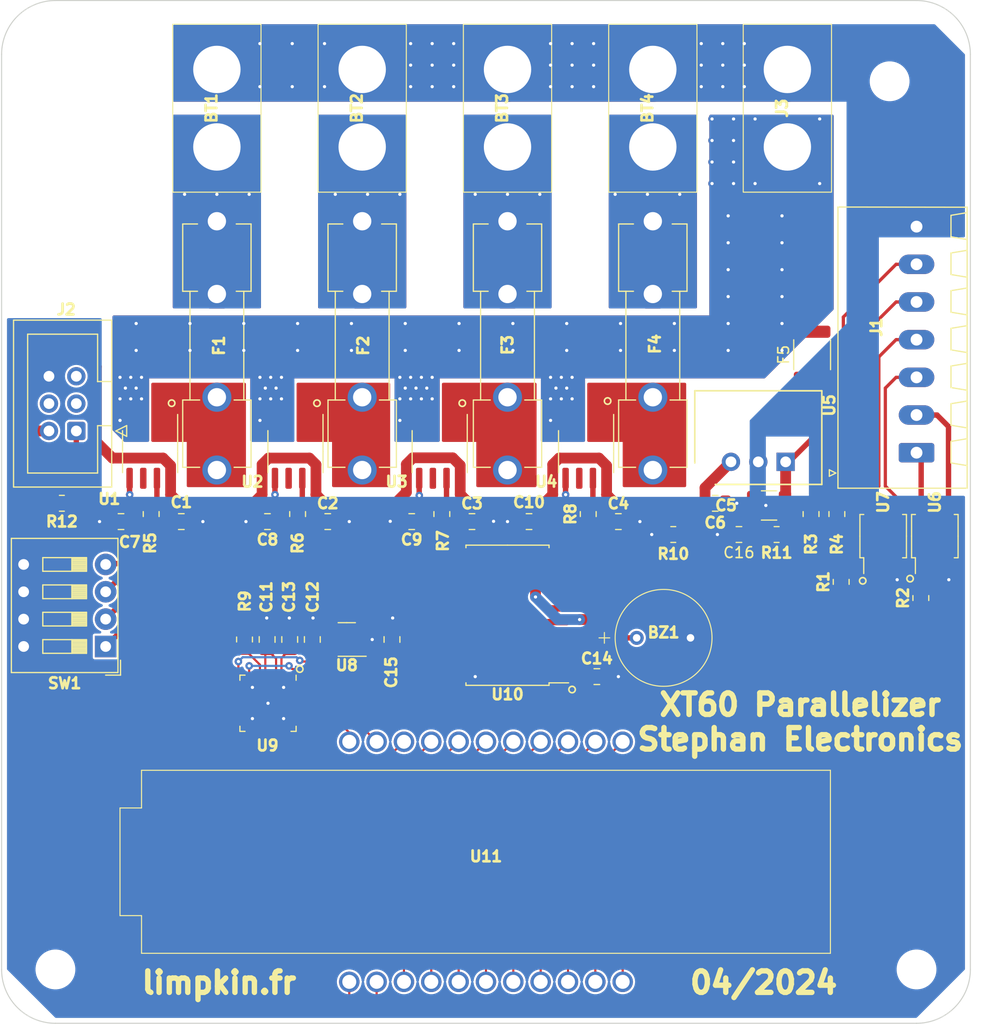
<source format=kicad_pcb>
(kicad_pcb (version 20240108) (generator "pcbnew") (generator_version "8.0")
  (layers (0 "F.Cu" signal) (31 "B.Cu" signal) (34 "B.Paste" user) (35 "F.Paste" user) (36 "B.SilkS" user "B.Silkscreen") (37 "F.SilkS" user "F.Silkscreen") (38 "B.Mask" user) (39 "F.Mask" user) (44 "Edge.Cuts" user))
  (net 0 "")
  (net 1 "Net-(BT1-+)")
  (net 2 "GND")
  (net 3 "Net-(BT2-+)")
  (net 4 "Net-(BT3-+)")
  (net 5 "Net-(BT4-+)")
  (net 6 "/BUZZER")
  (net 7 "+5V")
  (net 8 "VCC")
  (net 9 "/IMON_1")
  (net 10 "/IMON_2")
  (net 11 "/IMON_3")
  (net 12 "/IMON_4")
  (net 13 "+3V3")
  (net 14 "Net-(F1-Pad2)")
  (net 15 "Net-(F2-Pad2)")
  (net 16 "Net-(F3-Pad2)")
  (net 17 "Net-(F4-Pad2)")
  (net 18 "Net-(J1-Pin_1)")
  (net 19 "Net-(J1-Pin_2)")
  (net 20 "Net-(J1-Pin_3)")
  (net 21 "Net-(J1-Pin_4)")
  (net 22 "/UPDI")
  (net 26 "/ISOL_OUT2")
  (net 27 "Net-(R1-Pad2)")
  (net 28 "/ISOL_OUT1")
  (net 29 "Net-(R2-Pad2)")
  (net 30 "/MCU_UART_TX")
  (net 31 "/MCU_UART_RX")
  (net 32 "Net-(U1-VOUT)")
  (net 33 "Net-(U2-VOUT)")
  (net 34 "Net-(U3-VOUT)")
  (net 35 "Net-(U4-VOUT)")
  (net 36 "/SPI_SDIO")
  (net 37 "Net-(U9-SDIO)")
  (net 38 "/VMON")
  (net 39 "/SW_DIP1")
  (net 40 "/SW_DIP2")
  (net 41 "/SW_DIP3")
  (net 42 "/SW_DIP4")
  (net 48 "/DISP_COM4")
  (net 50 "/SPI_SCL")
  (net 51 "/SPI_nCS")
  (net 53 "Net-(U9-SEG0)")
  (net 54 "Net-(U9-SEG1)")
  (net 55 "Net-(U9-SEG2)")
  (net 56 "Net-(U9-SEG3)")
  (net 57 "Net-(U9-SEG4)")
  (net 58 "Net-(U9-SEG5)")
  (net 59 "Net-(U9-SEG6)")
  (net 60 "Net-(U9-SEG7)")
  (net 61 "Net-(U9-SEG8)")
  (net 62 "Net-(U9-SEG9)")
  (net 63 "Net-(U9-SEG10)")
  (net 64 "Net-(U9-SEG11)")
  (net 65 "Net-(U9-SEG12)")
  (net 66 "Net-(U9-SEG13)")
  (net 67 "Net-(U9-SEG14)")
  (net 68 "Net-(U9-SEG15)")
  (net 69 "Net-(U9-SEG16)")
  (net 70 "Net-(U9-SEG17)")
  (net 71 "/DISP_COM1")
  (net 72 "/DISP_COM2")
  (net 73 "/DISP_COM3")
  (net 74 "Net-(J1-Pin_5)")
  (net 75 "Net-(J1-Pin_6)")
  (net 76 "/XT60 Channel/+VOUT")
  (footprint "lib:8DIGITS_TN" (layer "F.Cu") (at 145 130)
    (property "Reference" "U11")
    (property "Value" "TN Display")
  )
  (footprint "MountingHole:MountingHole_3.2mm_M3" (layer "F.Cu") (at 105 140)
    (property "Reference" "H3" (hide yes))
    (property "Value" "MountingHole")
  )
  (footprint "lib:XT60" (layer "F.Cu") (at 120 60 90)
    (property "Reference" "BT1")
    (property "Value" "Battery_Cell")
  )
  (footprint "Connector_IDC:IDC-Header_2x03_P2.54mm_Vertical" (layer "F.Cu") (at 106.94 89.98 180)
    (property "Reference" "J2")
    (property "Value" "AVR-UPDI-6")
  )
  (footprint "Package_SO:SOP-4_3.8x4.1mm_P2.54mm" (layer "F.Cu") (at 186.7 99.75 90)
    (property "Reference" "U6")
    (property "Value" "CPC1017N")
  )
  (footprint "Capacitor_SMD:C_0805_2012Metric" (layer "F.Cu") (at 128.8675 109.35 90)
    (property "Reference" "C12")
    (property "Value" "100nF")
  )
  (footprint "Capacitor_SMD:C_0805_2012Metric" (layer "F.Cu") (at 149 98.4 180)
    (property "Reference" "C10")
    (property "Value" "22uF")
  )
  (footprint "Fuse:Fuse_1812_4532Metric" (layer "F.Cu") (at 175.3 82.9 90)
    (property "Reference" "F5")
    (property "Value" "Polyfuse_Small")
  )
  (footprint "Fuse:Fuseholder_Clip-5x20mm_Keystone_3517_Inline_P23.11x6.76mm_D1.70mm_Horizontal" (layer "F.Cu") (at 160.5 70.5 -90)
    (property "Reference" "F4")
    (property "Value" "Fuse")
  )
  (footprint "Capacitor_SMD:C_1210_3225Metric" (layer "F.Cu") (at 171.3 96.9 180)
    (property "Reference" "C5")
    (property "Value" "10uF")
  )
  (footprint "lib:XT60" (layer "F.Cu") (at 133.5 60 90)
    (property "Reference" "BT2")
    (property "Value" "Battery_Cell")
  )
  (footprint "Capacitor_SMD:C_0805_2012Metric" (layer "F.Cu") (at 157.3 98.4)
    (property "Reference" "C4")
    (property "Value" "100nF")
  )
  (footprint "lib:XT60" (layer "F.Cu") (at 147 60 90)
    (property "Reference" "BT3")
    (property "Value" "Battery_Cell")
  )
  (footprint "lib:XT60" (layer "F.Cu") (at 160.5 60 90)
    (property "Reference" "BT4")
    (property "Value" "Battery_Cell")
  )
  (footprint "Package_SO:SOP-4_3.8x4.1mm_P2.54mm" (layer "F.Cu") (at 181.9 99.75 90)
    (property "Reference" "U7")
    (property "Value" "CPC1017N")
  )
  (footprint "Fuse:Fuseholder_Clip-5x20mm_Keystone_3517_Inline_P23.11x6.76mm_D1.70mm_Horizontal" (layer "F.Cu") (at 147 70.5 -90)
    (property "Reference" "F3")
    (property "Value" "Fuse")
  )
  (footprint "MountingHole:MountingHole_3.2mm_M3" (layer "F.Cu") (at 182.5 57.5)
    (property "Reference" "H2" (hide yes))
    (property "Value" "MountingHole")
  )
  (footprint "lib:SIP3_11.6x8.5mm_INV" (layer "F.Cu") (at 167.76 92.85)
    (property "Reference" "U5")
    (property "Value" "K78U05-500R3")
  )
  (footprint "Package_TO_SOT_SMD:SOT-23-5" (layer "F.Cu") (at 132.0675 109.35 180)
    (property "Reference" "U8")
    (property "Value" " NCP163ASN330T1G")
  )
  (footprint "Capacitor_SMD:C_0805_2012Metric" (layer "F.Cu") (at 138.1 98.4 180)
    (property "Reference" "C9")
    (property "Value" "22uF")
  )
  (footprint "MountingHole:MountingHole_3.2mm_M3" (layer "F.Cu") (at 107.5 57.5)
    (property "Reference" "H1" (hide yes))
    (property "Value" "MountingHole")
  )
  (footprint "lib:XT60" (layer "F.Cu") (at 173 60 90)
    (property "Reference" "J3")
    (property "Value" "Conn_01x02_Pin")
  )
  (footprint "Capacitor_SMD:C_0805_2012Metric" (layer "F.Cu") (at 116.695 98.4)
    (property "Reference" "C1")
    (property "Value" "100nF")
  )
  (footprint "Capacitor_SMD:C_0805_2012Metric" (layer "F.Cu") (at 124.6675 109.35 90)
    (property "Reference" "C11")
    (property "Value" "100nF")
  )
  (footprint "Resistor_SMD:R_0805_2012Metric" (layer "F.Cu") (at 105.6 96.7)
    (property "Reference" "R12")
    (property "Value" "10k")
  )
  (footprint "Resistor_SMD:R_0805_2012Metric" (layer "F.Cu") (at 172 99.6 180)
    (property "Reference" "R11")
    (property "Value" "100k")
  )
  (footprint "Package_SO:SOIC-20W_7.5x12.8mm_P1.27mm" (layer "F.Cu") (at 147 107.1 180)
    (property "Reference" "U10")
    (property "Value" "ATtiny806-S")
  )
  (footprint "Package_SO:SOIC-8_3.9x4.9mm_P1.27mm" (layer "F.Cu") (at 154.3 91.9 -90)
    (property "Reference" "U4")
    (property "Value" "TMCS1108-Q1")
  )
  (footprint "Resistor_SMD:R_0805_2012Metric" (layer "F.Cu") (at 175.2 97.7 -90)
    (property "Reference" "R3")
    (property "Value" "10k")
  )
  (footprint "Resistor_SMD:R_0805_2012Metric" (layer "F.Cu") (at 127.5 97.7 90)
    (property "Reference" "R6")
    (property "Value" "10k")
  )
  (footprint "Capacitor_SMD:C_0805_2012Metric" (layer "F.Cu") (at 136.2675 109.35 90)
    (property "Reference" "C15")
    (property "Value" "100nF")
  )
  (footprint "Capacitor_SMD:C_0805_2012Metric" (layer "F.Cu") (at 111.095 98.4 180)
    (property "Reference" "C7")
    (property "Value" "22uF")
  )
  (footprint "Resistor_SMD:R_0805_2012Metric" (layer "F.Cu") (at 140.9 97.7 90)
    (property "Reference" "R7")
    (property "Value" "10k")
  )
  (footprint "Package_SO:SOIC-8_3.9x4.9mm_P1.27mm" (layer "F.Cu") (at 127.3 91.9 -90)
    (property "Reference" "U2")
    (property "Value" "TMCS1108-Q1")
  )
  (footprint "Package_DFN_QFN:QFN-32-1EP_5x5mm_P0.5mm_EP3.65x3.65mm" (layer "F.Cu") (at 124.75 115.275 -90)
    (property "Reference" "U9")
    (property "Value" "PCA8561BHN")
  )
  (footprint "Resistor_SMD:R_0805_2012Metric" (layer "F.Cu") (at 178 104 90)
    (property "Reference" "R1")
    (property "Value" "1k")
  )
  (footprint "Package_SO:SOIC-8_3.9x4.9mm_P1.27mm" (layer "F.Cu") (at 140.7 91.9 -90)
    (property "Reference" "U3")
    (property "Value" "TMCS1108-Q1")
  )
  (footprint "Resistor_SMD:R_0805_2012Metric" (layer "F.Cu") (at 177.6 97.7 -90)
    (property "Reference" "R4")
    (property "Value" "10k")
  )
  (footprint "Capacitor_SMD:C_0805_2012Metric" (layer "F.Cu") (at 168.5 99.6 180)
    (property "Reference" "C16")
    (property "Value" "22uF")
  )
  (footprint "Capacitor_SMD:C_0805_2012Metric" (layer "F.Cu") (at 126.7675 109.35 90)
    (property "Reference" "C13")
    (property "Value" "22uF")
  )
  (footprint "lib:9042_ACTIVE_BUZZER" (layer "F.Cu") (at 161.5 109.2)
    (property "Reference" "BZ1")
    (property "Value" "Buzzer")
  )
  (footprint "Capacitor_SMD:C_0805_2012Metric" (layer "F.Cu") (at 143.7 98.4)
    (property "Reference" "C3")
    (property "Value" "100nF")
  )
  (footprint "Resistor_SMD:R_0805_2012Metric" (layer "F.Cu") (at 185.4 105.5 90)
    (property "Reference" "R2")
    (property "Value" "1k")
  )
  (footprint "Resistor_SMD:R_0805_2012Metric" (layer "F.Cu") (at 162.4 99.6 180)
    (property "Reference" "R10")
    (property "Value" "10k")
  )
  (footprint "Capacitor_SMD:C_0805_2012Metric" (layer "F.Cu") (at 155.3 112.8)
    (property "Reference" "C14")
    (property "Value" "100nF")
  )
  (footprint "Fuse:Fuseholder_Clip-5x20mm_Keystone_3517_Inline_P23.11x6.76mm_D1.70mm_Horizontal" (layer "F.Cu") (at 133.5 70.5 -90)
    (property "Reference" "F2")
    (property "Value" "Fuse")
  )
  (footprint "Capacitor_SMD:C_0805_2012Metric" (layer "F.Cu") (at 130.3 98.4)
    (property "Reference" "C2")
    (property "Value" "100nF")
  )
  (footprint "Fuse:Fuseholder_Clip-5x20mm_Keystone_3517_Inline_P23.11x6.76mm_D1.70mm_Horizontal" (layer "F.Cu") (at 120 70.5 -90)
    (property "Reference" "F1")
    (property "Value" "Fuse")
  )
  (footprint "Package_SO:SOIC-8_3.9x4.9mm_P1.27mm" (layer "F.Cu") (at 113.795 91.9 -90)
    (property "Reference" "U1")
    (property "Value" "TMCS1108-Q1")
  )
  (footprint "Capacitor_SMD:C_0805_2012Metric" (layer "F.Cu") (at 124.7 98.4 180)
    (property "Reference" "C8")
    (property "Value" "22uF")
  )
  (footprint "Resistor_SMD:R_0805_2012Metric" (layer "F.Cu") (at 122.5675 109.35 -90)
    (property "Reference" "R9")
    (property "Value" "1k")
  )
  (footprint "Resistor_SMD:R_0805_2012Metric" (layer "F.Cu") (at 154.5 97.7 90)
    (property "Reference" "R8")
    (property "Value" "10k")
  )
  (footprint "Resistor_SMD:R_0805_2012Metric" (layer "F.Cu") (at 113.895 97.7 90)
    (property "Reference" "R5")
    (property "Value" "10k")
  )
  (footprint "lib:PhoenixContact_PTSA_1x07_P3.5mm_Horizontal" (layer "F.Cu") (at 185 92 90)
    (property "Reference" "J1")
    (property "Value" "Conn_01x07_Socket")
  )
  (footprint "lib:SW_DIP_SPSTx04_Slide_9.78x12.34mm_W7.62mm_P2.54mm" (layer "F.Cu") (at 109.6675 110 180)
    (property "Reference" "SW1")
    (property "Value" "SW_DIP_x04")
  )
  (footprint "Capacitor_SMD:C_0805_2012Metric" (layer "F.Cu") (at 166.3 96.7)
    (property "Reference" "C6")
    (property "Value" "22uF")
  )
  (footprint "MountingHole:MountingHole_3.2mm_M3" (layer "F.Cu") (at 185 140)
    (property "Reference" "H4" (hide yes))
    (property "Value" "MountingHole")
  )
  (gr_circle (center 180 103.9) (end 180.3 103.9) (stroke (width 0.15)) (fill none) (layer "F.SilkS"))
  (gr_circle (center 115.8 87.4) (end 116.1 87.4) (stroke (width 0.15)) (fill none) (layer "F.SilkS"))
  (gr_circle (center 127.7 112.1) (end 128 112.1) (stroke (width 0.15)) (fill none) (layer "F.SilkS"))
  (gr_circle (center 129.3 87.4) (end 129.6 87.4) (stroke (width 0.15)) (fill none) (layer "F.SilkS"))
  (gr_circle (center 153 114) (end 153.3 114) (stroke (width 0.15)) (fill none) (layer "F.SilkS"))
  (gr_circle (center 156.3 87.2) (end 156.6 87.2) (stroke (width 0.15)) (fill none) (layer "F.SilkS"))
  (gr_circle (center 184.4 103.7) (end 184.7 103.7) (stroke (width 0.15)) (fill none) (layer "F.SilkS"))
  (gr_circle (center 142.8 87.4) (end 142.5 87.4) (stroke (width 0.15)) (fill none) (layer "F.SilkS"))
  (gr_arc (start 190 140) (mid 188.535534 143.535534) (end 185 145) (stroke (width 0.1)) (layer "Edge.Cuts"))
  (gr_line (start 100 55) (end 100 140) (stroke (width 0.1)) (layer "Edge.Cuts"))
  (gr_line (start 105 145) (end 185 145) (stroke (width 0.1)) (layer "Edge.Cuts"))
  (gr_arc (start 100 55) (mid 101.464466 51.464466) (end 105 50) (stroke (width 0.1)) (layer "Edge.Cuts"))
  (gr_arc (start 185 50) (mid 188.535534 51.464466) (end 190 55) (stroke (width 0.1)) (layer "Edge.Cuts"))
  (gr_line (start 185 50) (end 105 50) (stroke (width 0.1)) (layer "Edge.Cuts"))
  (gr_arc (start 105 145) (mid 101.464466 143.535534) (end 100 140) (stroke (width 0.1)) (layer "Edge.Cuts"))
  (gr_line (start 190 140) (end 190 55) (stroke (width 0.1)) (layer "Edge.Cuts"))
  (gr_text "limpkin.fr" (at 120.2 142.4 0) (layer "F.SilkS") (effects (font (size 2 2) (thickness 0.5) (bold yes)) (justify bottom)))
  (gr_text "04/2024" (at 170.8 142.4 0) (layer "F.SilkS") (effects (font (size 2 2) (thickness 0.5) (bold yes)) (justify bottom)))
  (gr_text "XT60 Parallelizer\nStephan Electronics\n" (at 174.2 119.8 0) (layer "F.SilkS") (effects (font (size 2 2) (thickness 0.5) (bold yes)) (justify bottom)))
  (via (at 123 68) (size 0.7) (drill 0.3) (layers "F.Cu" "B.Cu") (net 1))
  (via (at 117 68) (size 0.7) (drill 0.3) (layers "F.Cu" "B.Cu") (net 1))
  (via (at 120 68) (size 0.7) (drill 0.3) (layers "F.Cu" "B.Cu") (net 1))
  (segment (start 158.25 98.4) (end 159.3 98.4) (width 0.5) (layer "F.Cu") (net 2))
  (segment (start 111.89 94.375) (end 111.89 95.89) (width 0.5) (layer "F.Cu") (net 2))
  (segment (start 123.75 98.4) (end 122.7 98.4) (width 0.5) (layer "F.Cu") (net 2))
  (segment (start 136.13 98.4) (end 136.105 98.375) (width 0.5) (layer "F.Cu") (net 2))
  (segment (start 124.6675 107.3925) (end 124.63 107.355) (width 0.5) (layer "F.Cu") (net 2))
  (segment (start 126.175 116.7) (end 126.2 116.7) (width 0.2) (layer "F.Cu") (net 2))
  (segment (start 124.75 115.275) (end 126.175 116.7) (width 0.2) (layer "F.Cu") (net 2))
  (segment (start 131.25 98.4) (end 132.3 98.4) (width 0.5) (layer "F.Cu") (net 2))
  (segment (start 125 115.025) (end 124.75 115.275) (width 0.2) (layer "F.Cu") (net 2))
  (segment (start 148.05 98.4) (end 147 98.4) (width 0.5) (layer "F.Cu") (net 2))
  (segment (start 128.8675 108.4) (end 128.8675 107.4175) (width 0.5) (layer "F.Cu") (net 2))
  (segment (start 144.65 98.3) (end 145.63 98.3) (width 0.5) (layer "F.Cu") (net 2))
  (segment (start 152.395 95.895) (end 152.4 95.9) (width 0.5) (layer "F.Cu") (net 2))
  (segment (start 156.25 112.8) (end 157.3 112.8) (width 0.5) (layer "F.Cu") (net 2))
  (segment (start 187.97 103.77) (end 188 103.8) (width 0.3) (layer "F.Cu") (net 2))
  (segment (start 128.8675 107.4175) (end 128.93 107.355) (width 0.5) (layer "F.Cu") (net 2))
  (segment (start 187.97 102.5) (end 187.97 103.77) (width 0.3) (layer "F.Cu") (net 2))
  (segment (start 152.395 94.375) (end 152.395 95.895) (width 0.5) (layer "F.Cu") (net 2))
  (segment (start 143.985 112.815) (end 144 112.8) (width 0.5) (layer "F.Cu") (net 2))
  (segment (start 183.17 102.5) (end 183.17 103.77) (width 0.3) (layer "F.Cu") (net 2))
  (segment (start 137.15 98.4) (end 136.13 98.4) (width 0.5) (layer "F.Cu") (net 2))
  (segment (start 134.425 109.35) (end 134.43 109.355) (width 0.5) (layer "F.Cu") (net 2))
  (segment (start 111.89 95.89) (end 111.9 95.9) (width 0.5) (layer "F.Cu") (net 2))
  (segment (start 124.75 115.25) (end 126.2 113.8) (width 0.2) (layer "F.Cu") (net 2))
  (segment (start 125 112.8) (end 125 115.025) (width 0.2) (layer "F.Cu") (net 2))
  (segment (start 183.17 103.77) (end 183.2 103.8) (width 0.3) (layer "F.Cu") (net 2))
  (segment (start 117.645 98.4) (end 118.7 98.4) (width 0.5) (layer "F.Cu") (net 2))
  (segment (start 138.795 95.965) (end 138.805 95.975) (width 0.5) (layer "F.Cu") (net 2))
  (segment (start 136.2675 108.4) (end 136.2675 107.4175) (width 0.5) (layer "F.Cu") (net 2))
  (segment (start 133.205 109.35) (end 134.425 109.35) (width 0.5) (layer "F.Cu") (net 2))
  (segment (start 124.75 115.275) (end 124.725 115.275) (width 0.2) (layer "F.Cu") (net 2))
  (segment (start 167.25 96.7) (end 168.3 96.7) (width 0.5) (layer "F.Cu") (net 2))
  (segment (start 124.725 115.275) (end 123.3 116.7) (width 0.2) (layer "F.Cu") (net 2))
  (segment (start 110.145 98.4) (end 109.1 98.4) (width 0.5) (layer "F.Cu") (net 2))
  (segment (start 167.55 99.6) (end 166.5 99.6) (width 0.5) (layer "F.Cu") (net 2))
  (segment (start 124.75 115.275) (end 124.75 115.25) (width 0.2) (layer "F.Cu") (net 2))
  (segment (start 124.6675 108.4) (end 124.6675 107.3925) (width 0.5) (layer "F.Cu") (net 2))
  (segment (start 126.7675 107.3925) (end 126.73 107.355) (width 0.5) (layer "F.Cu") (net 2))
  (segment (start 125.395 94.375) (end 125.395 95.895) (width 0.5) (layer "F.Cu") (net 2))
  (segment (start 161.4875 99.6) (end 160.4 99.6) (width 0.5) (layer "F.Cu") (net 2))
  (segment (start 136.2675 107.4175) (end 136.33 107.355) (width 0.5) (layer "F.Cu") (net 2))
  (segment (start 138.795 94.375) (end 138.795 95.965) (width 0.5) (layer "F.Cu") (net 2))
  (segment (start 142.35 112.815) (end 143.985 112.815) (width 0.5) (layer "F.Cu") (net 2))
  (segment (start 124.75 115.25) (end 123.3 113.8) (width 0.2) (layer "F.Cu") (net 2))
  (segment (start 169.825 96.9) (end 171 96.9) (width 0.5) (layer "F.Cu") (net 2))
  (segment (start 145.63 98.3) (end 145.705 98.375) (width 0.5) (layer "F.Cu") (net 2))
  (segment (start 126.7675 108.4) (end 126.7675 107.3925) (width 0.5) (layer "F.Cu") (net 2))
  (segment (start 125.395 95.895) (end 125.4 95.9) (width 0.5) (layer "F.Cu") (net 2))
  (via (at 169 56) (size 0.7) (drill 0.3) (layers "F.Cu" "B.Cu") (net 2))
  (via (at 127 58) (size 0.7) (drill 0.3) (layers "F.Cu" "B.Cu") (net 2))
  (via (at 167 54) (size 0.7) (drill 0.3) (layers "F.Cu" "B.Cu") (net 2))
  (via (at 118.7 98.4) (size 0.7) (drill 0.3) (layers "F.Cu" "B.Cu") (net 2))
  (via (at 165 54) (size 0.7) (drill 0.3) (layers "F.Cu" "B.Cu") (net 2))
  (via (at 128.93 107.355) (size 0.7) (drill 0.3) (layers "F.Cu" "B.Cu") (net 2))
  (via (at 142 58) (size 0.7) (drill 0.3) (layers "F.Cu" "B.Cu") (net 2))
  (via (at 140 54) (size 0.7) (drill 0.3) (layers "F.Cu" "B.Cu") (net 2))
  (via (at 132.3 98.4) (size 0.7) (drill 0.3) (layers "F.Cu" "B.Cu") (net 2))
  (via (at 136.33 107.355) (size 0.7) (drill 0.3) (layers "F.Cu" "B.Cu") (net 2))
  (via (at 153 56) (size 0.7) (drill 0.3) (layers "F.Cu" "B.Cu") (net 2))
  (via (at 126.2 116.7) (size 0.7) (drill 0.3) (layers "F.Cu" "B.Cu") (net 2))
  (via (at 167 58) (size 0.7) (drill 0.3) (layers "F.Cu" "B.Cu") (net 2))
  (via (at 147 98.4) (size 0.7) (drill 0.3) (layers "F.Cu" "B.Cu") (net 2))
  (via (at 124.75 115.275) (size 0.7) (drill 0.3) (layers "F.Cu" "B.Cu") (net 2))
  (via (at 142 56) (size 0.7) (drill 0.3) (layers "F.Cu" "B.Cu") (net 2))
  (via (at 169 54) (size 0.7) (drill 0.3) (layers "F.Cu" "B.Cu") (net 2))
  (via (at 122.7 98.4) (size 0.7) (drill 0.3) (layers "F.Cu" "B.Cu") (net 2))
  (via (at 138 58) (size 0.7) (drill 0.3) (layers "F.Cu" "B.Cu") (net 2))
  (via (at 125.4 95.9) (size 0.7) (drill 0.3) (layers "F.Cu" "B.Cu") (net 2))
  (via (at 171 96.9) (size 0.7) (drill 0.3) (layers "F.Cu" "B.Cu") (net 2))
  (via (at 159.3 98.4) (size 0.7) (drill 0.3) (layers "F.Cu" "B.Cu") (net 2))
  (via (at 111.9 95.9) (size 0.7) (drill 0.3) (layers "F.Cu" "B.Cu") (net 2))
  (via (at 136.105 98.375) (size 0.7) (drill 0.3) (layers "F.Cu" "B.Cu") (net 2))
  (via (at 167 56) (size 0.7) (drill 0.3) (layers "F.Cu" "B.Cu") (net 2))
  (via (at 138 54) (size 0.7) (drill 0.3) (layers "F.Cu" "B.Cu") (net 2))
  (via (at 145.705 98.375) (size 0.7) (drill 0.3) (layers "F.Cu" "B.Cu") (net 2))
  (via (at 109.1 98.4) (size 0.7) (drill 0.3) (layers "F.Cu" "B.Cu") (net 2))
  (via (at 188 103.8) (size 0.7) (drill 0.3) (layers "F.Cu" "B.Cu") (net 2))
  (via (at 124 54) (size 0.7) (drill 0.3) (layers "F.Cu" "B.Cu") (net 2))
  (via (at 160.4 99.6) (size 0.7) (drill 0.3) (layers "F.Cu" "B.Cu") (net 2))
  (via (at 151 54) (size 0.7) (drill 0.3) (layers "F.Cu" "B.Cu") (net 2))
  (via (at 134.43 109.355) (size 0.7) (drill 0.3) (layers "F.Cu" "B.Cu") (net 2))
  (via (at 165 56) (size 0.7) (drill 0.3) (layers "F.Cu" "B.Cu") (net 2))
  (via (at 153 54) (size 0.7) (drill 0.3) (layers "F.Cu" "B.Cu") (net 2))
  (via (at 155 58) (size 0.7) (drill 0.3) (layers "F.Cu" "B.Cu") (net 2))
  (via (at 124 58) (size 0.7) (drill 0.3) (layers "F.Cu" "B.Cu") (net 2))
  (via (at 152.4 95.9) (size 0.7) (drill 0.3) (layers "F.Cu" "B.Cu") (net 2))
  (via (at 124.63 107.355) (size 0.7) (drill 0.3) (layers "F.Cu" "B.Cu") (net 2))
  (via (at 144 112.8) (size 0.7) (drill 0.3) (layers "F.Cu" "B.Cu") (net 2))
  (via (at 151 56) (size 0.7) (drill 0.3) (layers "F.Cu" "B.Cu") (net 2))
  (via (at 169 58) (size 0.7) (drill 0.3) (layers "F.Cu" "B.Cu") (net 2))
  (via (at 183.2 103.8) (size 0.7) (drill 0.3) (layers "F.Cu" "B.Cu") (net 2))
  (via (at 155 56) (size 0.7) (drill 0.3) (layers "F.Cu" "B.Cu") (net 2))
  (via (at 130 54) (size 0.7) (drill 0.3) (layers "F.Cu" "B.Cu") (net 2))
  (via (at 140 58) (size 0.7) (drill 0.3) (layers "F.Cu" "B.Cu") (net 2))
  (via (at 123.3 113.8) (size 0.7) (drill 0.3) (layers "F.Cu" "B.Cu") (net 2))
  (via (at 126.73 107.355) (size 0.7) (drill 0.3) (layers "F.Cu" "B.Cu") (net 2))
  (via (at 155 54) (size 0.7) (drill 0.3) (layers "F.Cu" "B.Cu") (net 2))
  (via (at 138 56) (size 0.7) (drill 0.3) (layers "F.Cu" "B.Cu") (net 2))
  (via (at 130 58) (size 0.7) (drill 0.3) (layers "F.Cu" "B.Cu") (net 2))
  (via (at 157.3 112.8) (size 0.7) (drill 0.3) (layers "F.Cu" "B.Cu") (net 2))
  (via (at 166.5 99.6) (size 0.7) (drill 0.3) (layers "F.Cu" "B.Cu") (net 2))
  (via (at 151 58) (size 0.7) (drill 0.3) (layers "F.Cu" "B.Cu") (net 2))
  (via (at 123.3 116.7) (size 0.7) (drill 0.3) (layers "F.Cu" "B.Cu") (net 2))
  (via (at 127 54) (size 0.7) (drill 0.3) (layers "F.Cu" "B.Cu") (net 2))
  (via (at 140 56) (size 0.7) (drill 0.3) (layers "F.Cu" "B.Cu") (net 2))
  (via (at 142 54) (size 0.7) (drill 0.3) (layers "F.Cu" "B.Cu") (net 2))
  (via (at 153 58) (size 0.7) (drill 0.3) (layers "F.Cu" "B.Cu") (net 2))
  (via (at 138.805 95.975) (size 0.7) (drill 0.3) (layers "F.Cu" "B.Cu") (net 2))
  (via (at 168.3 96.7) (size 0.7) (drill 0.3) (layers "F.Cu" "B.Cu") (net 2))
  (via (at 165 58) (size 0.7) (drill 0.3) (layers "F.Cu" "B.Cu") (net 2))
  (via (at 126.2 113.8) (size 0.7) (drill 0.3) (layers "F.Cu" "B.Cu") (net 2))
  (via (at 137 68) (size 0.7) (drill 0.3) (layers "F.Cu" "B.Cu") (net 3))
  (via (at 131 68) (size 0.7) (drill 0.3) (layers "F.Cu" "B.Cu") (net 3))
  (via (at 134 68) (size 0.7) (drill 0.3) (layers "F.Cu" "B.Cu") (net 3))
  (via (at 147 68) (size 0.7) (drill 0.3) (layers "F.Cu" "B.Cu") (net 4))
  (via (at 144 68) (size 0.7) (drill 0.3) (layers "F.Cu" "B.Cu") (net 4))
  (via (at 150 68) (size 0.7) (drill 0.3) (layers "F.Cu" "B.Cu") (net 4))
  (via (at 160 68) (size 0.7) (drill 0.3) (layers "F.Cu" "B.Cu") (net 5))
  (via (at 157 68) (size 0.7) (drill 0.3) (layers "F.Cu" "B.Cu") (net 5))
  (via (at 163 68) (size 0.7) (drill 0.3) (layers "F.Cu" "B.Cu") (net 5))
  (segment (start 151.65 111.545) (end 152.955 111.545) (width 0.5) (layer "F.Cu") (net 6))
  (segment (start 152.955 111.545) (end 155.3 109.2) (width 0.5) (layer "F.Cu") (net 6))
  (segment (start 155.3 109.2) (end 159 109.2) (width 0.5) (layer "F.Cu") (net 6))
  (segment (start 157 96.7) (end 165.35 96.7) (width 1) (layer "F.Cu") (net 7))
  (segment (start 124.8 92.5) (end 128.6 92.5) (width 1) (layer "F.Cu") (net 7))
  (segment (start 124.6675 109.3825) (end 124.6675 110.3) (width 0.4) (layer "F.Cu") (net 7))
  (segment (start 124.7 109.35) (end 124.6675 109.3825) (width 0.4) (layer "F.Cu") (net 7))
  (segment (start 133.205 110.3) (end 132.5 110.3) (width 0.3) (layer "F.Cu") (net 7))
  (segment (start 149.6 100.9) (end 150.4 100.1) (width 1) (layer "F.Cu") (net 7))
  (segment (start 159.8 107.5) (end 160.7 108.4) (width 1) (layer "F.Cu") (net 7))
  (segment (start 108.8 91) (end 108.8 84) (width 1) (layer "F.Cu") (net 7))
  (segment (start 129.205 95.905) (end 129.35 96.05) (width 1) (layer "F.Cu") (net 7))
  (segment (start 165.35 95.26) (end 167.76 92.85) (width 1) (layer "F.Cu") (net 7))
  (segment (start 151.8 92.5) (end 155.5 92.5) (width 1) (layer "F.Cu") (net 7))
  (segment (start 155.6 100.1) (end 156.35 99.35) (width 1) (layer "F.Cu") (net 7))
  (segment (start 160.7 108.4) (end 160.7 110.2) (width 1) (layer "F.Cu") (net 7))
  (segment (start 142.75 96.02) (end 142.75 98.4) (width 1) (layer "F.Cu") (net 7))
  (segment (start 102.4 94.7) (end 102.4 90) (width 1) (layer "F.Cu") (net 7))
  (segment (start 115.2 109.4) (end 112 112.6) (width 1) (layer "F.Cu") (net 7))
  (segment (start 107.5 112.6) (end 104.3 109.4) (width 1) (layer "F.Cu") (net 7))
  (segment (start 160.7 110.2) (end 159.8 111.1) (width 1) (layer "F.Cu") (net 7))
  (segment (start 150.4 96.7) (end 151.2 95.9) (width 1) (layer "F.Cu") (net 7))
  (segment (start 121 109.35) (end 120.95 109.4) (width 1) (layer "F.Cu") (net 7))
  (segment (start 129.205 93.105) (end 129.205 95.905) (width 1) (layer "F.Cu") (net 7))
  (segment (start 116.5 96.7) (end 123.4 96.7) (width 1) (layer "F.Cu") (net 7))
  (segment (start 132.5 110.3) (end 131.57125 109.37125) (width 0.4) (layer "F.Cu") (net 7))
  (segment (start 115 92.5) (end 110.3 92.5) (width 1) (layer "F.Cu") (net 7))
  (segment (start 125.5 111.1325) (end 124.6675 110.3) (width 0.2) (layer "F.Cu") (net 7))
  (segment (start 128.6 92.5) (end 129.205 93.105) (width 1) (layer "F.Cu") (net 7))
  (segment (start 143.5 96.7) (end 150.4 96.7) (width 1) (layer "F.Cu") (net 7))
  (segment (start 124.2 93.1) (end 124.8 92.5) (width 1) (layer "F.Cu") (net 7))
  (segment (start 150.4 100.1) (end 155.6 100.1) (width 1) (layer "F.Cu") (net 7))
  (segment (start 137.605 95.675) (end 137.605 93.075) (width 1) (layer "F.Cu") (net 7))
  (segment (start 121 109.35) (end 124.7 109.35) (width 0.4) (layer "F.Cu") (net 7))
  (segment (start 129.35 96.05) (end 129.35 98.4) (width 1) (layer "F.Cu") (net 7))
  (segment (start 104.3 96.6) (end 102.4 94.7) (width 1) (layer "F.Cu") (net 7))
  (segment (start 115.7 93.2) (end 115 92.5) (width 1) (layer "F.Cu") (net 7))
  (segment (start 120.4 112.8) (end 120.4 109.4) (width 0.2) (layer "F.Cu") (net 7))
  (segment (start 154.35 112.35) (end 154.35 112.8) (width 1) (layer "F.Cu") (net 7))
  (segment (start 151.2 93.1) (end 151.8 92.5) (width 1) (layer "F.Cu") (net 7))
  (segment (start 155.6 111.1) (end 154.35 112.35) (width 1) (layer "F.Cu") (net 7))
  (segment (start 156.205 93.205) (end 156.205 95.905) (width 1) (layer "F.Cu") (net 7))
  (segment (start 120.4 109.4) (end 115.2 109.4) (width 1) (layer "F.Cu") (net 7))
  (segment (start 131.57125 109.37125) (end 132.542501 108.4) (width 0.4) (layer "F.Cu") (net 7))
  (segment (start 102.42 89.98) (end 104.4 89.98) (width 1) (layer "F.Cu") (net 7))
  (segment (start 124.5 110.4675) (end 124.6675 110.3) (width 0.2) (layer "F.Cu") (net 7))
  (segment (start 149.6 105.4) (end 149.6 100.9) (width 1) (layer "F.Cu") (net 7))
  (segment (start 103.9 82.7) (end 102.4 84.2) (width 1) (layer "F.Cu") (net 7))
  (segment (start 159.8 111.1) (end 155.6 111.1) (width 1) (layer "F.Cu") (net 7))
  (segment (start 115.7 95.9) (end 115.7 93.2) (width 1) (layer "F.Cu") (net 7))
  (segment (start 142.605 93.175) (end 142.605 95.875) (width 1) (layer "F.Cu") (net 7))
  (segment (start 136.58 96.7) (end 137.605 95.675) (width 1) (layer "F.Cu") (net 7))
  (segment (start 155.5 92.5) (end 156.205 93.205) (width 1) (layer "F.Cu") (net 7))
  (segment (start 108.8 84) (end 107.5 82.7) (width 1) (layer "F.Cu") (net 7))
  (segment (start 156.35 96.05) (end 156.35 98.4) (width 1) (layer "F.Cu") (net 7))
  (segment (start 138.205 92.475) (end 141.905 92.475) (width 1) (layer "F.Cu") (net 7))
  (segment (start 129.205 95.905) (end 130 96.7) (width 1) (layer "F.Cu") (net 7))
  (segment (start 141.905 92.475) (end 142.605 93.175) (width 1) (layer "F.Cu") (net 7))
  (segment (start 156.35 99.35) (end 156.35 98.4) (width 1) (layer "F.Cu") (net 7))
  (segment (start 125.5 112.8) (end 125.5 111.1325) (width 0.2) (layer "F.Cu") (net 7))
  (segment (start 124.7 109.35) (end 131.492501 109.35) (width 0.4) (layer "F.Cu") (net 7))
  (segment (start 110.3 92.5) (end 108.8 91) (width 1) (layer "F.Cu") (net 7))
  (segment (start 120.95 109.4) (end 120.4 109.4) (width 1) (layer "F.Cu") (net 7))
  (segment (start 151.65 112.815) (end 154.335 112.815) (width 0.5) (layer "F.Cu") (net 7))
  (segment (start 131.542501 109.4) (end 131.57125 109.37125) (width 0.3) (layer "F.Cu") (net 7))
  (segment (start 153.7 107.5) (end 159.8 107.5) (width 1) (layer "F.Cu") (net 7))
  (segment (start 115.7 95.9) (end 115.745 95.945) (width 1) (layer "F.Cu") (net 7))
  (segment (start 132.542501 108.4) (end 133.205 108.4) (width 0.3) (layer "F.Cu") (net 7))
  (segment (start 137.605 93.075) (end 138.205 92.475) (width 1) (layer "F.Cu") (net 7))
  (segment (start 151.2 95.9) (end 151.2 93.1) (width 1) (layer "F.Cu") (net 7))
  (segment (start 156.205 95.905) (end 156.35 96.05) (width 1) (layer "F.Cu") (net 7))
  (segment (start 122.275 114.025) (end 121.625 114.025) (width 0.2) (layer "F.Cu") (net 7))
  (segment (start 133.205 110.3) (end 136.2675 110.3) (width 0.5) (layer "F.Cu") (net 7))
  (segment (start 130 96.7) (end 136.58 96.7) (width 1) (layer "F.Cu") (net 7))
  (segment (start 142.605 95.875) (end 142.75 96.02) (width 1) (layer "F.Cu") (net 7))
  (segment (start 102.4 90) (end 102.42 89.98) (width 1) (layer "F.Cu") (net 7))
  (segment (start 115.7 95.9) (end 116.5 96.7) (width 1) (layer "F.Cu") (net 7))
  (segment (start 124.5 112.8) (end 124.5 110.4675) (width 0.2) (layer "F.Cu") (net 7))
  (segment (start 107.5 82.7) (end 103.9 82.7) (width 1) (layer "F.Cu") (net 7))
  (segment (start 112 112.6) (end 107.5 112.6) (width 1) (layer "F.Cu") (net 7))
  (segment (start 124.2 95.9) (end 124.2 93.1) (width 1) (layer "F.Cu") (net 7))
  (segment (start 156.205 95.905) (end 157 96.7) (width 1) (layer "F.Cu") (net 7))
  (segment (start 142.605 95.875) (end 143.405 96.675) (width 1) (layer "F.Cu") (net 7))
  (segment (start 121.625 114.025) (end 120.4 112.8) (width 0.2) (layer "F.Cu") (net 7))
  (segment (start 154.335 112.815) (end 154.35 112.8) (width 0.5) (layer "F.Cu") (net 7))
  (segment (start 104.3 109.4) (end 104.3 96.6) (width 1) (layer "F.Cu") (net 7))
  (segment (start 115.745 95.945) (end 115.745 98.4) (width 1) (layer "F.Cu") (net 7))
  (segment (start 102.4 84.2) (end 102.4 90) (width 1) (layer "F.Cu") (net 7))
  (segment (start 165.35 96.7) (end 165.35 95.26) (width 1) (layer "F.Cu") (net 7))
  (segment (start 123.4 96.7) (end 124.2 95.9) (width 1) (layer "F.Cu") (net 7))
  (via (at 149.6 105.4) (size 0.7) (drill 0.3) (layers "F.Cu" "B.Cu") (net 7))
  (via (at 153.7 107.5) (size 0.7) (drill 0.3) (layers "F.Cu" "B.Cu") (net 7))
  (segment (start 149.6 105.4) (end 151.7 107.5) (width 1) (layer "B.Cu") (net 7))
  (segment (start 151.7 107.5) (end 153.7 107.5) (width 1) (layer "B.Cu") (net 7))
  (segment (start 175.3 90.7) (end 173.15 92.85) (width 0.5) (layer "F.Cu") (net 8))
  (segment (start 172.775 99.4625) (end 172.9125 99.6) (width 0.3) (layer "F.Cu") (net 8))
  (segment (start 172.84 96.835) (end 172.775 96.9) (width 1) (layer "F.Cu") (net 8))
  (segment (start 172.775 96.9) (end 172.775 99.4625) (width 0.3) (layer "F.Cu") (net 8))
  (segment (start 172.84 92.85) (end 172.84 96.835) (width 1) (layer "F.Cu") (net 8))
  (segment (start 173.15 92.85) (end 172.84 92.85) (width 0.5) (layer "F.Cu") (net 8))
  (segment (start 175.3 85.0375) (end 175.3 90.7) (width 0.5) (layer "F.Cu") (net 8))
  (segment (start 127.2 99.8) (end 114.8 99.8) (width 0.5) (layer "F.Cu") (net 9))
  (segment (start 113.895 98.895) (end 113.895 98.6125) (width 0.3) (layer "F.Cu") (net 9))
  (segment (start 113.895 98.6125) (end 112.2575 98.6125) (width 0.5) (layer "F.Cu") (net 9))
  (segment (start 142.35 101.385) (end 128.785 101.385) (width 0.5) (layer "F.Cu") (net 9))
  (segment (start 128.785 101.385) (end 127.2 99.8) (width 0.5) (layer "F.Cu") (net 9))
  (segment (start 114.8 99.8) (end 113.895 98.895) (width 0.5) (layer "F.Cu") (net 9))
  (segment (start 112.2575 98.6125) (end 112.045 98.4) (width 0.5) (layer "F.Cu") (net 9))
  (segment (start 127.5 98.6125) (end 127.5 98.8) (width 0.5) (layer "F.Cu") (net 10))
  (segment (start 146.6 101.6) (end 146.6 106.6) (width 0.5) (layer "F.Cu") (net 10))
  (segment (start 145.5 100.5) (end 146.6 101.6) (width 0.5) (layer "F.Cu") (net 10))
  (segment (start 150.275 110.275) (end 151.65 110.275) (width 0.5) (layer "F.Cu") (net 10))
  (segment (start 127.5 98.6125) (end 125.8625 98.6125) (width 0.5) (layer "F.Cu") (net 10))
  (segment (start 146.6 106.6) (end 150.275 110.275) (width 0.5) (layer "F.Cu") (net 10))
  (segment (start 129.2 100.5) (end 145.5 100.5) (width 0.5) (layer "F.Cu") (net 10))
  (segment (start 125.8625 98.6125) (end 125.65 98.4) (width 0.5) (layer "F.Cu") (net 10))
  (segment (start 127.5 98.8) (end 129.2 100.5) (width 0.5) (layer "F.Cu") (net 10))
  (segment (start 140.9 98.6125) (end 140.9 98.9) (width 0.5) (layer "F.Cu") (net 11))
  (segment (start 140.9 98.9) (end 141.7 99.7) (width 0.5) (layer "F.Cu") (net 11))
  (segment (start 140.9 98.6125) (end 139.2625 98.6125) (width 0.5) (layer "F.Cu") (net 11))
  (segment (start 146.2 99.7) (end 147.5 101) (width 0.5) (layer "F.Cu") (net 11))
  (segment (start 147.5 101) (end 147.5 106.2) (width 0.5) (layer "F.Cu") (net 11))
  (segment (start 150.305 109.005) (end 151.65 109.005) (width 0.5) (layer "F.Cu") (net 11))
  (segment (start 147.5 106.2) (end 150.305 109.005) (width 0.5) (layer "F.Cu") (net 11))
  (segment (start 139.2625 98.6125) (end 139.05 98.4) (width 0.5) (layer "F.Cu") (net 11))
  (segment (start 141.7 99.7) (end 146.2 99.7) (width 0.5) (layer "F.Cu") (net 11))
  (segment (start 151.65 107.735) (end 150.335 107.735) (width 0.5) (layer "F.Cu") (net 12))
  (segment (start 150.335 107.735) (end 148.4 105.8) (width 0.5) (layer "F.Cu") (net 12))
  (segment (start 148.4 105.8) (end 148.4 100.4) (width 0.5) (layer "F.Cu") (net 12))
  (segment (start 149.95 98.85) (end 149.95 98.4) (width 0.5) (layer "F.Cu") (net 12))
  (segment (start 148.4 100.4) (end 149.95 98.85) (width 0.5) (layer "F.Cu") (net 12))
  (segment (start 150.1625 98.6125) (end 149.95 98.4) (width 0.5) (layer "F.Cu") (net 12))
  (segment (start 150.1625 98.6125) (end 154.5 98.6125) (width 0.5) (layer "F.Cu") (net 12))
  (segment (start 130.93 110.3) (end 128.8675 110.3) (width 0.5) (layer "F.Cu") (net 13))
  (segment (start 126 112.8) (end 126 111.0675) (width 0.2) (layer "F.Cu") (net 13))
  (segment (start 126.7675 110.3) (end 128.8675 110.3) (width 0.5) (layer "F.Cu") (net 13))
  (segment (start 126 111.0675) (end 126.7675 110.3) (width 0.2) (layer "F.Cu") (net 13))
  (segment (start 185.43 92.43) (end 185 92) (width 0.5) (layer "F.Cu") (net 18))
  (segment (start 185.43 97) (end 185.43 92.43) (width 0.5) (layer "F.Cu") (net 18))
  (segment (start 186.9 88.5) (end 185 88.5) (width 0.5) (layer "F.Cu") (net 19))
  (segment (start 187.97 97) (end 187.97 89.57) (width 0.5) (layer "F.Cu") (net 19))
  (segment (start 187.97 89.57) (end 186.9 88.5) (width 0.5) (layer "F.Cu") (net 19))
  (segment (start 182.1 95.1) (end 182.1 86) (width 0.3) (layer "F.Cu") (net 20))
  (segment (start 183.17 97) (end 183.17 96.17) (width 0.3) (layer "F.Cu") (net 20))
  (segment (start 183.1 85) (end 185 85) (width 0.3) (layer "F.Cu") (net 20))
  (segment (start 183.17 96.17) (end 182.1 95.1) (width 0.3) (layer "F.Cu") (net 20))
  (segment (start 182.1 86) (end 183.1 85) (width 0.3) (layer "F.Cu") (net 20))
  (segment (start 180.63 97) (end 180.63 95.97) (width 0.3) (layer "F.Cu") (net 21))
  (segment (start 183.1 81.5) (end 185 81.5) (width 0.3) (layer "F.Cu") (net 21))
  (segment (start 181.5 83.1) (end 183.1 81.5) (width 0.3) (layer "F.Cu") (net 21))
  (segment (start 180.63 95.97) (end 181.5 95.1) (width 0.3) (layer "F.Cu") (net 21))
  (segment (start 181.5 95.1) (end 181.5 83.1) (width 0.3) (layer "F.Cu") (net 21))
  (segment (start 106.94 96.2725) (end 106.5125 96.7) (width 0.5) (layer "F.Cu") (net 22))
  (segment (start 106.5125 109.8125) (end 106.5125 96.7) (width 0.3) (layer "F.Cu") (net 22))
  (segment (start 116.8 105.8) (end 111 111.6) (width 0.3) (layer "F.Cu") (net 22))
  (segment (start 139.1 105.8) (end 116.8 105.8) (width 0.3) (layer "F.Cu") (net 22))
  (segment (start 141.035 107.735) (end 139.1 105.8) (width 0.3) (layer "F.Cu") (net 22))
  (segment (start 106.94 89.98) (end 106.94 96.2725) (width 0.5) (layer "F.Cu") (net 22))
  (segment (start 142.35 107.735) (end 141.035 107.735) (width 0.3) (layer "F.Cu") (net 22))
  (segment (start 111 111.6) (end 108.3 111.6) (width 0.3) (layer "F.Cu") (net 22))
  (segment (start 108.3 111.6) (end 106.5125 109.8125) (width 0.3) (layer "F.Cu") (net 22))
  (segment (start 151.65 105.195) (end 177.7175 105.195) (width 0.3) (layer "F.Cu") (net 26))
  (segment (start 177.7175 105.195) (end 178 104.9125) (width 0.3) (layer "F.Cu") (net 26))
  (segment (start 178 103.0875) (end 178.5875 102.5) (width 0.3) (layer "F.Cu") (net 27))
  (segment (start 178.5875 102.5) (end 180.63 102.5) (width 0.3) (layer "F.Cu") (net 27))
  (segment (start 185.4 106.4125) (end 185.3475 106.465) (width 0.3) (layer "F.Cu") (net 28))
  (segment (start 185.3475 106.465) (end 151.65 106.465) (width 0.3) (layer "F.Cu") (net 28))
  (segment (start 185.43 104.5175) (end 185.5 104.5875) (width 0.3) (layer "F.Cu") (net 29))
  (segment (start 185.43 102.5) (end 185.43 104.5175) (width 0.3) (layer "F.Cu") (net 29))
  (segment (start 175.2 101.5) (end 175.2 98.6125) (width 0.3) (layer "F.Cu") (net 30))
  (segment (start 174.045 102.655) (end 175.2 101.5) (width 0.3) (layer "F.Cu") (net 30))
  (segment (start 151.65 102.655) (end 174.045 102.655) (width 0.3) (layer "F.Cu") (net 30))
  (segment (start 174.275 103.925) (end 177.6 100.6) (width 0.3) (layer "F.Cu") (net 31))
  (segment (start 151.65 103.925) (end 174.275 103.925) (width 0.3) (layer "F.Cu") (net 31))
  (segment (start 177.6 100.6) (end 177.6 98.6125) (width 0.3) (layer "F.Cu") (net 31))
  (segment (start 114.43 96.2525) (end 113.895 96.7875) (width 0.5) (layer "F.Cu") (net 32))
  (segment (start 114.43 94.375) (end 114.43 96.2525) (width 0.5) (layer "F.Cu") (net 32))
  (segment (start 127.935 96.3525) (end 127.5 96.7875) (width 0.5) (layer "F.Cu") (net 33))
  (segment (start 127.935 94.375) (end 127.935 96.3525) (width 0.5) (layer "F.Cu") (net 33))
  (segment (start 141.335 96.3525) (end 140.9 96.7875) (width 0.5) (layer "F.Cu") (net 34))
  (segment (start 141.335 94.375) (end 141.335 96.3525) (width 0.5) (layer "F.Cu") (net 34))
  (segment (start 154.935 94.375) (end 154.935 96.3525) (width 0.5) (layer "F.Cu") (net 35))
  (segment (start 154.935 96.3525) (end 154.5 96.7875) (width 0.5) (layer "F.Cu") (net 35))
  (segment (start 123.89625 106.5) (end 138.8 106.5) (width 0.3) (layer "F.Cu") (net 36))
  (segment (start 122.5675 107.82875) (end 123.89625 106.5) (width 0.3) (layer "F.Cu") (net 36))
  (segment (start 122.5675 108.4375) (end 122.5675 107.82875) (width 0.3) (layer "F.Cu") (net 36))
  (segment (start 138.8 106.5) (end 141.305 109.005) (width 0.3) (layer "F.Cu") (net 36))
  (segment (start 141.305 109.005) (end 142.35 109.005) (width 0.3) (layer "F.Cu") (net 36))
  (segment (start 124 112.8) (end 124 111.695) (width 0.2) (layer "F.Cu") (net 37))
  (segment (start 124 111.695) (end 122.5675 110.2625) (width 0.2) (layer "F.Cu") (net 37))
  (segment (start 163.4 101.385) (end 163.3125 101.2975) (width 0.3) (layer "F.Cu") (net 38))
  (segment (start 163.4 101.385) (end 168.415 101.385) (width 0.3) (layer "F.Cu") (net 38))
  (segment (start 163.3125 101.2975) (end 163.3125 99.6) (width 0.3) (layer "F.Cu") (net 38))
  (segment (start 151.65 101.385) (end 163.4 101.385) (width 0.3) (layer "F.Cu") (net 38))
  (segment (start 171.0875 99.6) (end 169.45 99.6) (width 0.5) (layer "F.Cu") (net 38))
  (segment (start 168.415 101.385) (end 170.1 99.7) (width 0.3) (layer "F.Cu") (net 38))
  (segment (start 170.1 99.7) (end 170.4 99.7) (width 0.3) (layer "F.Cu") (net 38))
  (segment (start 114.6675 105) (end 109.6675 110) (width 0.5) (layer "F.Cu") (net 39))
  (segment (start 142.35 106.465) (end 140.865 106.465) (width 0.5) (layer "F.Cu") (net 39))
  (segment (start 139.4 105) (end 114.6675 105) (width 0.5) (layer "F.Cu") (net 39))
  (segment (start 140.865 106.465) (end 139.4 105) (width 0.5) (layer "F.Cu") (net 39))
  (segment (start 140.795 105.195) (end 139.7 104.1) (width 0.5) (layer "F.Cu") (net 40))
  (segment (start 139.7 104.1) (end 113.0275 104.1) (width 0.5) (layer "F.Cu") (net 40))
  (segment (start 142.35 105.195) (end 140.795 105.195) (width 0.5) (layer "F.Cu") (net 40))
  (segment (start 113.0275 104.1) (end 109.6675 107.46) (width 0.5) (layer "F.Cu") (net 40))
  (segment (start 140.2 103.2) (end 111.3875 103.2) (width 0.5) (layer "F.Cu") (net 41))
  (segment (start 111.3875 103.2) (end 109.6675 104.92) (width 0.5) (layer "F.Cu") (net 41))
  (segment (start 140.925 103.925) (end 140.2 103.2) (width 0.5) (layer "F.Cu") (net 41))
  (segment (start 142.35 103.925) (end 140.925 103.925) (width 0.5) (layer "F.Cu") (net 41))
  (segment (start 109.7475 102.3) (end 109.6675 102.38) (width 0.5) (layer "F.Cu") (net 42))
  (segment (start 142.35 102.655) (end 141.055 102.655) (width 0.5) (layer "F.Cu") (net 42))
  (segment (start 140.7 102.3) (end 109.7475 102.3) (width 0.5) (layer "F.Cu") (net 42))
  (segment (start 141.055 102.655) (end 140.7 102.3) (width 0.5) (layer "F.Cu") (net 42))
  (segment (start 138 112.8) (end 141 115.8) (width 0.2) (layer "F.Cu") (net 48))
  (segment (start 132.3 142.4) (end 132.3 141.15) (width 0.2) (layer "F.Cu") (net 48))
  (segment (start 141 115.8) (end 157.8 115.8) (width 0.2) (layer "F.Cu") (net 48))
  (segment (start 126.5 112.8) (end 138 112.8) (width 0.2) (layer "F.Cu") (net 48))
  (segment (start 133.2 143.3) (end 132.3 142.4) (width 0.2) (layer "F.Cu") (net 48))
  (segment (start 159.9 142) (end 158.6 143.3) (width 0.2) (layer "F.Cu") (net 48))
  (segment (start 159.9 117.9) (end 159.9 142) (width 0.2) (layer "F.Cu") (net 48))
  (segment (start 157.8 115.8) (end 159.9 117.9) (width 0.2) (layer "F.Cu") (net 48))
  (segment (start 158.6 143.3) (end 133.2 143.3) (width 0.2) (layer "F.Cu") (net 48))
  (segment (start 126.7 111.8) (end 127 112.1) (width 0.2) (layer "F.Cu") (net 50))
  (segment (start 123 112.8) (end 123 111.8) (width 0.2) (layer "F.Cu") (net 50))
  (segment (start 140.6 112.1) (end 141.155 111.545) (width 0.2) (layer "F.Cu") (net 50))
  (segment (start 141.155 111.545) (end 142.35 111.545) (width 0.2) (layer "F.Cu") (net 50))
  (segment (start 127 112.1) (end 140.6 112.1) (width 0.2) (layer "F.Cu") (net 50))
  (via (at 123 111.8) (size 0.7) (drill 0.3) (layers "F.Cu" "B.Cu") (net 50))
  (via (at 126.7 111.8) (size 0.7) (drill 0.3) (layers "F.Cu" "B.Cu") (net 50))
  (segment (start 123 111.8) (end 126.7 111.8) (width 0.2) (layer "B.Cu") (net 50))
  (segment (start 122.275 113.525) (end 122 113.25) (width 0.2) (layer "F.Cu") (net 51))
  (segment (start 122 113.25) (end 122 111.4) (width 0.2) (layer "F.Cu") (net 51))
  (segment (start 127.7 111.3) (end 127.8 111.4) (width 0.2) (layer "F.Cu") (net 51))
  (segment (start 140.1 111.4) (end 141.225 110.275) (width 0.2) (layer "F.Cu") (net 51))
  (segment (start 127.8 111.4) (end 140.1 111.4) (width 0.2) (layer "F.Cu") (net 51))
  (segment (start 141.225 110.275) (end 142.35 110.275) (width 0.2) (layer "F.Cu") (net 51))
  (via (at 122 111.4) (size 0.7) (drill 0.3) (layers "F.Cu" "B.Cu") (net 51))
  (via (at 127.7 111.3) (size 0.7) (drill 0.3) (layers "F.Cu" "B.Cu") (net 51))
  (segment (start 127.4 111) (end 127.7 111.3) (width 0.2) (layer "B.Cu") (net 51))
  (segment (start 122 111.4) (end 122.4 111) (width 0.2) (layer "B.Cu") (net 51))
  (segment (start 125.8 111) (end 127.4 111) (width 0.2) (layer "B.Cu") (net 51))
  (segment (start 122.4 111) (end 125.8 111) (width 0.2) (layer "B.Cu") (net 51))
  (segment (start 121.075 115.025) (end 119.9 116.2) (width 0.2) (layer "F.Cu") (net 53))
  (segment (start 119.9 120.5) (end 137.38 137.98) (width 0.2) (layer "F.Cu") (net 53))
  (segment (start 122.275 115.025) (end 121.075 115.025) (width 0.2) (layer "F.Cu") (net 53))
  (segment (start 137.38 137.98) (end 137.38 141.15) (width 0.2) (layer "F.Cu") (net 53))
  (segment (start 119.9 116.2) (end 119.9 120.5) (width 0.2) (layer "F.Cu") (net 53))
  (segment (start 120.4 120.3) (end 139.92 139.82) (width 0.2) (layer "F.Cu") (net 54))
  (segment (start 121.275 115.525) (end 120.4 116.4) (width 0.2) (layer "F.Cu") (net 54))
  (segment (start 139.92 139.82) (end 139.92 141.15) (width 0.2) (layer "F.Cu") (net 54))
  (segment (start 120.4 116.4) (end 120.4 120.3) (width 0.2) (layer "F.Cu") (net 54))
  (segment (start 122.275 115.525) (end 121.275 115.525) (width 0.2) (layer "F.Cu") (net 54))
  (segment (start 121.475 116.025) (end 120.9 116.6) (width 0.2) (layer "F.Cu") (net 55))
  (segment (start 138.4 137.6) (end 140.1 137.6) (width 0.2) (layer "F.Cu") (net 55))
  (segment (start 120.9 120.1) (end 138.4 137.6) (width 0.2) (layer "F.Cu") (net 55))
  (segment (start 140.1 137.6) (end 142.46 139.96) (width 0.2) (layer "F.Cu") (net 55))
  (segment (start 120.9 116.6) (end 120.9 120.1) (width 0.2) (layer "F.Cu") (net 55))
  (segment (start 122.275 116.025) (end 121.475 116.025) (width 0.2) (layer "F.Cu") (net 55))
  (segment (start 142.46 139.96) (end 142.46 141.15) (width 0.2) (layer "F.Cu") (net 55))
  (segment (start 121.4 116.8) (end 121.4 119.9) (width 0.2) (layer "F.Cu") (net 56))
  (segment (start 142.2 137.1) (end 145 139.9) (width 0.2) (layer "F.Cu") (net 56))
  (segment (start 121.675 116.525) (end 121.4 116.8) (width 0.2) (layer "F.Cu") (net 56))
  (segment (start 138.6 137.1) (end 142.2 137.1) (width 0.2) (layer "F.Cu") (net 56))
  (segment (start 122.275 116.525) (end 121.675 116.525) (width 0.2) (layer "F.Cu") (net 56))
  (segment (start 121.4 119.9) (end 138.6 137.1) (width 0.2) (layer "F.Cu") (net 56))
  (segment (start 145 139.9) (end 145 141.15) (width 0.2) (layer "F.Cu") (net 56))
  (segment (start 144.2 136.6) (end 147.54 139.94) (width 0.2) (layer "F.Cu") (net 57))
  (segment (start 138.8 136.6) (end 144.2 136.6) (width 0.2) (layer "F.Cu") (net 57))
  (segment (start 147.54 139.94) (end 147.54 141.15) (width 0.2) (layer "F.Cu") (net 57))
  (segment (start 122.275 117.025) (end 122.275 120.075) (width 0.2) (layer "F.Cu") (net 57))
  (segment (start 122.275 120.075) (end 138.8 136.6) (width 0.2) (layer "F.Cu") (net 57))
  (segment (start 146.2 136.1) (end 150.08 139.98) (width 0.2) (layer "F.Cu") (net 58))
  (segment (start 139 136.1) (end 146.2 136.1) (width 0.2) (layer "F.Cu") (net 58))
  (segment (start 150.08 139.98) (end 150.08 141.15) (width 0.2) (layer "F.Cu") (net 58))
  (segment (start 123 120.1) (end 139 136.1) (width 0.2) (layer "F.Cu") (net 58))
  (segment (start 123 117.75) (end 123 120.1) (width 0.2) (layer "F.Cu") (net 58))
  (segment (start 123.5 119.9) (end 139.2 135.6) (width 0.2) (layer "F.Cu") (net 59))
  (segment (start 123.5 117.75) (end 123.5 119.9) (width 0.2) (layer "F.Cu") (net 59))
  (segment (start 139.2 135.6) (end 148.3 135.6) (width 0.2) (layer "F.Cu") (net 59))
  (segment (start 152.62 139.92) (end 152.62 141.15) (width 0.2) (layer "F.Cu") (net 59))
  (segment (start 148.3 135.6) (end 152.62 139.92) (width 0.2) (layer "F.Cu") (net 59))
  (segment (start 124 119.7) (end 139.4 135.1) (width 0.2) (layer "F.Cu") (net 60))
  (segment (start 150.3 135.1) (end 155.16 139.96) (width 0.2) (layer "F.Cu") (net 60))
  (segment (start 124 117.75) (end 124 119.7) (width 0.2) (layer "F.Cu") (net 60))
  (segment (start 155.16 139.96) (end 155.16 141.15) (width 0.2) (layer "F.Cu") (net 60))
  (segment (start 139.4 135.1) (end 150.3 135.1) (width 0.2) (layer "F.Cu") (net 60))
  (segment (start 157.7 140) (end 157.7 141.15) (width 0.2) (layer "F.Cu") (net 61))
  (segment (start 152.3 134.6) (end 157.7 140) (width 0.2) (layer "F.Cu") (net 61))
  (segment (start 139.6 134.6) (end 152.3 134.6) (width 0.2) (layer "F.Cu") (net 61))
  (segment (start 124.5 117.75) (end 124.5 119.5) (width 0.2) (layer "F.Cu") (net 61))
  (segment (start 124.5 119.5) (end 139.6 134.6) (width 0.2) (layer "F.Cu") (net 61))
  (segment (start 130 124.3) (end 152.25 124.3) (width 0.2) (layer "F.Cu") (net 62))
  (segment (start 125 117.75) (end 125 119.3) (width 0.2) (layer "F.Cu") (net 62))
  (segment (start 125 119.3) (end 130 124.3) (width 0.2) (layer "F.Cu") (net 62))
  (segment (start 152.25 124.3) (end 157.7 118.85) (width 0.2) (layer "F.Cu") (net 62))
  (segment (start 150.21 123.8) (end 155.16 118.85) (width 0.2) (layer "F.Cu") (net 63))
  (segment (start 130.2 123.8) (end 150.21 123.8) (width 0.2) (layer "F.Cu") (net 63))
  (segment (start 125.5 119.1) (end 130.2 123.8) (width 0.2) (layer "F.Cu") (net 63))
  (segment (start 125.5 117.75) (end 125.5 119.1) (width 0.2) (layer "F.Cu") (net 63))
  (segment (start 126 117.75) (end 126 118.9) (width 0.2) (layer "F.Cu") (net 64))
  (segment (start 148.17 123.3) (end 152.62 118.85) (width 0.2) (layer "F.Cu") (net 64))
  (segment (start 126 118.9) (end 130.4 123.3) (width 0.2) (layer "F.Cu") (net 64))
  (segment (start 130.4 123.3) (end 148.17 123.3) (width 0.2) (layer "F.Cu") (net 64))
  (segment (start 130.6 122.8) (end 146.13 122.8) (width 0.2) (layer "F.Cu") (net 65))
  (segment (start 126.5 118.7) (end 130.6 122.8) (width 0.2) (layer "F.Cu") (net 65))
  (segment (start 146.13 122.8) (end 150.08 118.85) (width 0.2) (layer "F.Cu") (net 65))
  (segment (start 126.5 117.8) (end 126.5 117.75) (width 0.2) (layer "F.Cu") (net 65))
  (segment (start 126.5 117.75) (end 126.5 118.7) (width 0.2) (layer "F.Cu") (net 65))
  (segment (start 127.8625 117.025) (end 128.8 117.9625) (width 0.2) (layer "F.Cu") (net 66))
  (segment (start 130.8 122.3) (end 144.09 122.3) (width 0.2) (layer "F.Cu") (net 66))
  (segment (start 127.225 117.025) (end 127.8625 117.025) (width 0.2) (layer "F.Cu") (net 66))
  (segment (start 144.09 122.3) (end 147.54 118.85) (width 0.2) (layer "F.Cu") (net 66))
  (segment (start 128.8 120.3) (end 130.8 122.3) (width 0.2) (layer "F.Cu") (net 66))
  (segment (start 128.8 117.9625) (end 128.8 120.3) (width 0.2) (layer "F.Cu") (net 66))
  (segment (start 128.025 116.525) (end 129.3 117.8) (width 0.2) (layer "F.Cu") (net 67))
  (segment (start 142.05 121.8) (end 145 118.85) (width 0.2) (layer "F.Cu") (net 67))
  (segment (start 129.3 117.8) (end 129.3 120.1) (width 0.2) (layer "F.Cu") (net 67))
  (segment (start 127.225 116.525) (end 128.025 116.525) (width 0.2) (layer "F.Cu") (net 67))
  (segment (start 129.3 120.1) (end 131 121.8) (width 0.2) (layer "F.Cu") (net 67))
  (segment (start 131 121.8) (end 142.05 121.8) (width 0.2) (layer "F.Cu") (net 67))
  (segment (start 127.225 116.025) (end 128.225 116.025) (width 0.2) (layer "F.Cu") (net 68))
  (segment (start 129.8 117.6) (end 129.8 119.9) (width 0.2) (layer "F.Cu") (net 68))
  (segment (start 140 121.3) (end 142.45 118.85) (width 0.2) (layer "F.Cu") (net 68))
  (segment (start 142.45 118.85) (end 142.46 118.85) (width 0.2) (layer "F.Cu") (net 68))
  (segment (start 129.8 119.9) (end 131.2 121.3) (width 0.2) (layer "F.Cu") (net 68))
  (segment (start 128.225 116.025) (end 129.8 117.6) (width 0.2) (layer "F.Cu") (net 68))
  (segment (start 131.2 121.3) (end 140 121.3) (width 0.2) (layer "F.Cu") (net 68))
  (segment (start 130.3 119.7) (end 131.4 120.8) (width 0.2) (layer "F.Cu") (net 69))
  (segment (start 131.4 120.8) (end 138 120.8) (width 0.2) (layer "F.Cu") (net 69))
  (segment (start 128.425 115.525) (end 130.3 117.4) (width 0.2) (layer "F.Cu") (net 69))
  (segment (start 138 120.8) (end 139.92 118.88) (width 0.2) (layer "F.Cu") (net 69))
  (segment (start 139.92 118.88) (end 139.92 118.85) (width 0.2) (layer "F.Cu") (net 69))
  (segment (start 130.3 117.4) (end 130.3 119.7) (width 0.2) (layer "F.Cu") (net 69))
  (segment (start 127.225 115.525) (end 128.425 115.525) (width 0.2) (layer "F.Cu") (net 69))
  (segment (start 137.35 118.85) (end 137.38 118.85) (width 0.2) (layer "F.Cu") (net 70))
  (segment (start 130.8 119.5) (end 131.6 120.3) (width 0.2) (layer "F.Cu") (net 70))
  (segment (start 130.8 117.2) (end 130.8 119.5) (width 0.2) (layer "F.Cu") (net 70))
  (segment (start 135.9 120.3) (end 137.35 118.85) (width 0.2) (layer "F.Cu") (net 70))
  (segment (start 127.225 115.025) (end 128.625 115.025) (width 0.2) (layer "F.Cu") (net 70))
  (segment (start 128.625 115.025) (end 130.8 117.2) (width 0.2) (layer "F.Cu") (net 70))
  (segment (start 131.6 120.3) (end 135.9 120.3) (width 0.2) (layer "F.Cu") (net 70))
  (segment (start 127.225 114.525) (end 128.825 114.525) (width 0.2) (layer "F.Cu") (net 71))
  (segment (start 132.3 118) (end 132.3 118.85) (width 0.2) (layer "F.Cu") (net 71))
  (segment (start 128.825 114.525) (end 132.3 118) (width 0.2) (layer "F.Cu") (net 71))
  (segment (start 127.225 114.025) (end 130.025 114.025) (width 0.2) (layer "F.Cu") (net 72))
  (segment (start 130.025 114.025) (end 134.84 118.84) (width 0.2) (layer "F.Cu") (net 72))
  (segment (start 134.84 118.84) (end 134.84 118.85) (width 0.2) (layer "F.Cu") (net 72))
  (segment (start 137.925 113.525) (end 140.8 116.4) (width 0.2) (layer "F.Cu") (net 73))
  (segment (start 158.4 142.7) (end 135.2 142.7) (width 0.2) (layer "F.Cu") (net 73))
  (segment (start 127.225 113.525) (end 137.925 113.525) (width 0.2) (layer "F.Cu") (net 73))
  (segment (start 159.3 141.8) (end 158.4 142.7) (width 0.2) (layer "F.Cu") (net 73))
  (segment (start 140.8 116.4) (end 157.6 116.4) (width 0.2) (layer "F.Cu") (net 73))
  (segment (start 159.3 118.1) (end 159.3 141.8) (width 0.2) (layer "F.Cu") (net 73))
  (segment (start 134.84 142.34) (end 134.84 141.15) (width 0.2) (layer "F.Cu") (net 73))
  (segment (start 157.6 116.4) (end 159.3 118.1) (width 0.2) (layer "F.Cu") (net 73))
  (segment (start 135.2 142.7) (end 134.84 142.34) (width 0.2) (layer "F.Cu") (net 73))
  (segment (start 179.2 81.9) (end 179.2 92.8) (width 0.3) (layer "F.Cu") (net 74))
  (segment (start 177.6 94.4) (end 177.6 96.7875) (width 0.3) (layer "F.Cu") (net 74))
  (segment (start 185 78) (end 183.1 78) (width 0.3) (layer "F.Cu") (net 74))
  (segment (start 179.2 92.8) (end 177.6 94.4) (width 0.3) (layer "F.Cu") (net 74))
  (segment (start 183.1 78) (end 179.2 81.9) (width 0.3) (layer "F.Cu") (net 74))
  (segment (start 183.1 74.5) (end 185 74.5) (width 0.3) (layer "F.Cu") (net 75))
  (segment (start 178.2 79.4) (end 183.1 74.5) (width 0.3) (layer "F.Cu") (net 75))
  (segment (start 175.2 95.4) (end 178.2 92.4) (width 0.3) (layer "F.Cu") (net 75))
  (segment (start 175.2 96.7875) (end 175.2 95.4) (width 0.3) (layer "F.Cu") (net 75))
  (segment (start 178.2 92.4) (end 178.2 79.4) (width 0.3) (layer "F.Cu") (net 75))
  (via (at 137.5 82.5) (size 0.7) (drill 0.3) (layers "F.Cu" "B.Cu") (net 76))
  (via (at 126 87) (size 0.7) (drill 0.3) (layers "F.Cu" "B.Cu") (net 76))
  (via (at 127.5 80) (size 0.7) (drill 0.3) (layers "F.Cu" "B.Cu") (net 76))
  (via (at 166 67) (size 0.7) (drill 0.3) (layers "F.Cu" "B.Cu") (net 76))
  (via (at 167.5 75) (size 0.7) (drill 0.3) (layers "F.Cu" "B.Cu") (net 76))
  (via (at 137.5 80) (size 0.7) (drill 0.3) (layers "F.Cu" "B.Cu") (net 76))
  (via (at 138.5 86) (size 0.7) (drill 0.3) (layers "F.Cu" "B.Cu") (net 76))
  (via (at 112 87) (size 0.7) (drill 0.3) (layers "F.Cu" "B.Cu") (net 76))
  (via (at 111 89) (size 0.7) (drill 0.3) (layers "F.Cu" "B.Cu") (net 76))
  (via (at 151 87) (size 0.7) (drill 0.3) (layers "F.Cu" "B.Cu") (net 76))
  (via (at 112.5 82.5) (size 0.7) (drill 0.3) (layers "F.Cu" "B.Cu") (net 76))
  (via (at 167.5 70) (size 0.7) (drill 0.3) (layers "F.Cu" "B.Cu") (net 76))
  (via (at 112 85) (size 0.7) (drill 0.3) (layers "F.Cu" "B.Cu") (net 76))
  (via (at 140 85) (size 0.7) (drill 0.3) (layers "F.Cu" "B.Cu") (net 76))
  (via (at 176 67) (size 0.7) (drill 0.3) (layers "F.Cu" "B.Cu") (net 76))
  (via (at 172.5 82.5) (size 0.7) (drill 0.3) (layers "F.Cu" "B.Cu") (net 76))
  (via (at 152 85) (size 0.7) (drill 0.3) (layers "F.Cu" "B.Cu") (net 76))
  (via (at 122.5 80) (size 0.7) (drill 0.3) (layers "F.Cu" "B.Cu") (net 76))
  (via (at 112.5 80) (size 0.7) (drill 0.3) (layers "F.Cu" "B.Cu") (net 76))
  (via (at 172.5 80) (size 0.7) (drill 0.3) (layers "F.Cu" "B.Cu") (net 76))
  (via (at 167.5 80) (size 0.7) (drill 0.3) (layers "F.Cu" "B.Cu") (net 76))
  (via (at 139 85) (size 0.7) (drill 0.3) (layers "F.Cu" "B.Cu") (net 76))
  (via (at 137 89) (size 0.7) (drill 0.3) (layers "F.Cu" "B.Cu") (net 76))
  (via (at 112.5 86) (size 0.7) (drill 0.3) (layers "F.Cu" "B.Cu") (net 76))
  (via (at 152.5 86) (size 0.7) (drill 0.3) (layers "F.Cu" "B.Cu") (net 76))
  (via (at 137 87) (size 0.7) (drill 0.3) (layers "F.Cu" "B.Cu") (net 76))
  (via (at 124 89) (size 0.7) (drill 0.3) (layers "F.Cu" "B.Cu") (net 76))
  (via (at 167.5 77.5) (size 0.7) (drill 0.3) (layers "F.Cu" "B.Cu") (net 76))
  (via (at 168 63) (size 0.7) (drill 0.3) (layers "F.Cu" "B.Cu") (net 76))
  (via (at 172.5 75) (size 0.7) (drill 0.3) (layers "F.Cu" "B.Cu") (net 76))
  (via (at 125 87) (size 0.7) (drill 0.3) (layers "F.Cu" "B.Cu") (net 76))
  (via (at 168 67) (size 0.7) (drill 0.3) (layers "F.Cu" "B.Cu") (net 76))
  (via (at 153 87) (size 0.7) (drill 0.3) (layers "F.Cu" "B.Cu") (net 76))
  (via (at 111 85) (size 0.7) (drill 0.3) (layers "F.Cu" "B.Cu") (net 76))
  (via (at 138 87) (size 0.7) (drill 0.3) (layers "F.Cu" "B.Cu") (net 76))
  (via (at 153 85) (size 0.7) (drill 0.3) (layers "F.Cu" "B.Cu") (net 76))
  (via (at 162.5 82.5) (size 0.7) (drill 0.3) (layers "F.Cu" "B.Cu") (net 76))
  (via (at 162.5 80) (size 0.7) (drill 0.3) (layers "F.Cu" "B.Cu") (net 76))
  (via (at 137.5 86) (size 0.7) (drill 0.3) (layers "F.Cu" "B.Cu") (net 76))
  (via (at 170 67) (size 0.7) (drill 0.3) (layers "F.Cu" "B.Cu") (net 76))
  (via (at 142.5 80) (size 0.7) (drill 0.3) (layers "F.Cu" "B.Cu") (net 76))
  (via (at 124.5 86) (size 0.7) (drill 0.3) (layers "F.Cu" "B.Cu") (net 76))
  (via (at 157.5 80) (size 0.7) (drill 0.3) (layers "F.Cu" "B.Cu") (net 76))
  (via (at 170 61) (size 0.7) (drill 0.3) (layers "F.Cu" "B.Cu") (net 76))
  (via (at 172.5 77.5) (size 0.7) (drill 0.3) (layers "F.Cu" "B.Cu") (net 76))
  (via (at 139 87) (size 0.7) (drill 0.3) (layers "F.Cu" "B.Cu") (net 76))
  (via (at 151.5 86) (size 0.7) (drill 0.3) (layers "F.Cu" "B.Cu") (net 76))
  (via (at 172.5 72.5) (size 0.7) (drill 0.3) (layers "F.Cu" "B.Cu") (net 76))
  (via (at 152.5 80) (size 0.7) (drill 0.3) (layers "F.Cu" "B.Cu") (net 76))
  (via (at 151 85) (size 0.7) (drill 0.3) (layers "F.Cu" "B.Cu") (net 76))
  (via (at 167.5 82.5) (size 0.7) (drill 0.3) (layers "F.Cu" "B.Cu") (net 76))
  (via (at 125.5 86) (size 0.7) (drill 0.3) (layers "F.Cu" "B.Cu") (net 76))
  (via (at 122.5 82.5) (size 0.7) (drill 0.3) (layers "F.Cu" "B.Cu") (net 76))
  (via (at 113 87) (size 0.7) (drill 0.3) (layers "F.Cu" "B.Cu") (net 76))
  (via (at 124 87) (size 0.7) (drill 0.3) (layers "F.Cu" "B.Cu") (net 76))
  (via (at 152.5 82.5) (size 0.7) (drill 0.3) (layers "F.Cu" "B.Cu") (net 76))
  (via (at 166 63) (size 0.7) (drill 0.3) (layers "F.Cu" "B.Cu") (net 76))
  (via (at 111 87) (size 0.7) (drill 0.3) (layers "F.Cu" "B.Cu") (net 76))
  (via (at 139.5 86) (size 0.7) (drill 0.3) (layers "F.Cu" "B.Cu") (net 76))
  (via (at 151 89) (size 0.7) (drill 0.3) (layers "F.Cu" "B.Cu") (net 76))
  (via (at 167.5 72.5) (size 0.7) (drill 0.3) (layers "F.Cu" "B.Cu") (net 76))
  (via (at 166 61) (size 0.7) (drill 0.3) (layers "F.Cu" "B.Cu") (net 76))
  (via (at 117.5 82.5) (size 0.7) (drill 0.3) (layers "F.Cu" "B.Cu") (net 76))
  (via (at 152 87) (size 0.7) (drill 0.3) (layers "F.Cu" "B.Cu") (net 76))
  (via (at 140 87) (size 0.7) (drill 0.3) (layers "F.Cu" "B.Cu") (net 76))
  (via (at 138 85) (size 0.7) (drill 0.3) (layers "F.Cu" "B.Cu") (net 76))
  (via (at 147.5 80) (size 0.7) (drill 0.3) (layers "F.Cu" "B.Cu") (net 76))
  (via (at 172.5 70) (size 0.7) (drill 0.3) (layers "F.Cu" "B.Cu") (net 76))
  (via (at 125 85) (size 0.7) (drill 0.3) (layers "F.Cu" "B.Cu") (net 76))
  (via (at 113 85) (size 0.7) (drill 0.3) (layers "F.Cu" "B.Cu") (net 76))
  (via (at 168 65) (size 0.7) (drill 0.3) (layers "F.Cu" "B.Cu") (net 76))
  (via (at 127.5 82.5) (size 0.7) (drill 0.3) (layers "F.Cu" "B.Cu") (net 76))
  (via (at 147.5 82.5) (size 0.7) (drill 0.3) (layers "F.Cu" "B.Cu") (net 76))
  (via (at 126 85) (size 0.7) (drill 0.3) (layers "F.Cu" "B.Cu") (net 76))
  (via (at 117.5 80) (size 0.7) (drill 0.3) (layers "F.Cu" "B.Cu") (net 76))
  (via (at 157.5 82.5) (size 0.7) (drill 0.3) (layers "F.Cu" "B.Cu") (net 76))
  (via (at 132.5 80) (size 0.7) (drill 0.3) (layers "F.Cu" "B.Cu") (net 76))
  (via (at 137 85) (size 0.7) (drill 0.3) (layers "F.Cu" "B.Cu") (net 76))
  (via (at 168 61) (size 0.7) (drill 0.3) (layers "F.Cu" "B.Cu") (net 76))
  (via (at 166 65) (size 0.7) (drill 0.3) (layers "F.Cu" "B.Cu") (net 76))
  (via (at 111.5 86) (size 0.7) (drill 0.3) (layers "F.Cu" "B.Cu") (net 76))
  (via (at 142.5 82.5) (size 0.7) (drill 0.3) (layers "F.Cu" "B.Cu") (net 76))
  (via (at 176 61) (size 0.7) (drill 0.3) (layers "F.Cu" "B.Cu") (net 76))
  (via (at 124 85) (size 0.7) (drill 0.3) (layers "F.Cu" "B.Cu") (net 76))
  (via (at 132.5 82.5) (size 0.7) (drill 0.3) (layers "F.Cu" "B.Cu") (net 76))
  (zone (net 17) (net_name "Net-(F4-Pad2)") (layer "F.Cu") (connect_pads yes (clearance 0.2)) (min_thickness 0.25) (fill yes (thermal_gap 0.5) (thermal_bridge_width 0.5) (island_removal_mode 1) (island_area_min 10))
    (polygon (pts (xy 157.7 95.2) (xy 157.7 91) (xy 154.4 91) (xy 154.4 85.5) (xy 163.6 85.5) (xy 163.6 95.2)))
  )
  (zone (net 15) (net_name "Net-(F2-Pad2)") (layer "F.Cu") (connect_pads yes (clearance 0.2)) (min_thickness 0.25) (fill yes (thermal_gap 0.5) (thermal_bridge_width 0.5) (island_removal_mode 1) (island_area_min 10))
    (polygon (pts (xy 130.7 95.2) (xy 130.7 91) (xy 127.4 91) (xy 127.4 85.5) (xy 136.1 85.5) (xy 136.1 95.2)))
  )
  (zone (net 14) (net_name "Net-(F1-Pad2)") (layer "F.Cu") (connect_pads yes (clearance 0.2)) (min_thickness 0.25) (fill yes (thermal_gap 0.5) (thermal_bridge_width 0.5) (island_removal_mode 1) (island_area_min 10))
    (polygon (pts (xy 117.2 95.2) (xy 117.2 91) (xy 113.9 91) (xy 113.9 85.5) (xy 122.7 85.5) (xy 122.7 95.2)))
  )
  (zone (net 16) (net_name "Net-(F3-Pad2)") (layer "F.Cu") (connect_pads yes (clearance 0.2)) (min_thickness 0.25) (fill yes (thermal_gap 0.5) (thermal_bridge_width 0.5) (island_removal_mode 1) (island_area_min 10))
    (polygon (pts (xy 144.1 95.2) (xy 144.1 91) (xy 140.9 91) (xy 140.9 85.5) (xy 149.7 85.5) (xy 149.7 95.2)))
  )
  (zone (net 2) (net_name "GND") (layers "F&B.Cu") (priority 2) (connect_pads yes (clearance 0.2)) (min_thickness 0.25) (fill yes (thermal_gap 0.5) (thermal_bridge_width 0.5) (island_removal_mode 1) (island_area_min 10))
    (polygon (pts (xy 115.9 59.4) (xy 177.1 59.4) (xy 177.1 52.2) (xy 115.9 52.2)))
  )
  (zone (net 3) (net_name "Net-(BT2-+)") (layers "F&B.Cu") (priority 1) (connect_pads yes (clearance 0.2)) (min_thickness 0.25) (fill yes (thermal_gap 0.5) (thermal_bridge_width 0.5) (island_removal_mode 1) (island_area_min 10))
    (polygon (pts (xy 129.4 60.6) (xy 137.6 60.6) (xy 137.6 78.6) (xy 129.4 78.6)))
  )
  (zone (net 1) (net_name "Net-(BT1-+)") (layers "F&B.Cu") (priority 1) (connect_pads yes (clearance 0.2)) (min_thickness 0.25) (fill yes (thermal_gap 0.5) (thermal_bridge_width 0.5) (island_removal_mode 1) (island_area_min 10))
    (polygon (pts (xy 115.9 60.6) (xy 124.1 60.6) (xy 124.1 78.6) (xy 115.9 78.6)))
  )
  (zone (net 4) (net_name "Net-(BT3-+)") (layers "F&B.Cu") (priority 1) (connect_pads yes (clearance 0.2)) (min_thickness 0.25) (fill yes (thermal_gap 0.5) (thermal_bridge_width 0.5) (island_removal_mode 1) (island_area_min 10))
    (polygon (pts (xy 142.9 60.6) (xy 151.1 60.6) (xy 151.1 78.6) (xy 142.9 78.6)))
  )
  (zone (net 5) (net_name "Net-(BT4-+)") (layers "F&B.Cu") (priority 1) (connect_pads yes (clearance 0.2)) (min_thickness 0.25) (fill yes (thermal_gap 0.5) (thermal_bridge_width 0.5) (island_removal_mode 1) (island_area_min 10))
    (polygon (pts (xy 156.4 60.6) (xy 164.6 60.6) (xy 164.6 78.6) (xy 156.4 78.6)))
  )
  (zone (net 76) (net_name "/XT60 Channel/+VOUT") (layers "F&B.Cu") (priority 4) (connect_pads yes (clearance 0.2)) (min_thickness 0.25) (fill yes (thermal_gap 0.5) (thermal_bridge_width 0.5))
    (polygon (pts (xy 165.75 60.6) (xy 165.75 79.25) (xy 110.3 79.25) (xy 110.3 89.9) (xy 111.4 91) (xy 113.7 91) (xy 113.7 85.1) (xy 123.1 85.1) (xy 123.1 91) (xy 127.2 91) (xy 127.2 85.1) (xy 136.5 85.1) (xy 136.5 91) (xy 140.7 91) (xy 140.7 85.1) (xy 150.1 85.1) (xy 150.1 91) (xy 154.2 91) (xy 154.2 85.1) (xy 164 85.1) (xy 170.9 85.1) (xy 177.3 78.7) (xy 177.3 60.6)))
  )
  (zone (net 2) (net_name "GND") (layer "B.Cu") (priority 3) (connect_pads yes (clearance 0.2)) (min_thickness 0.25) (fill yes (thermal_gap 0.5) (thermal_bridge_width 0.5) (island_removal_mode 1) (island_area_min 10))
    (polygon (pts (xy 100.5 79.5) (xy 100.5 140) (xy 105 144.5) (xy 185 144.5) (xy 189.5 140) (xy 189.5 96) (xy 171 96) (xy 171 90.5) (xy 175 90.5) (xy 175 96.25) (xy 181.5 96.25) (xy 181.5 72) (xy 189.5 72) (xy 189.5 55) (xy 186.7 52.2) (xy 169 52.2) (xy 169 59.4) (xy 178.5 59.4) (xy 178.5 80) (xy 169.5 89) (xy 169.5 96.1) (xy 109.3 96.1) (xy 109.3 79.5)))
  )
)
</source>
